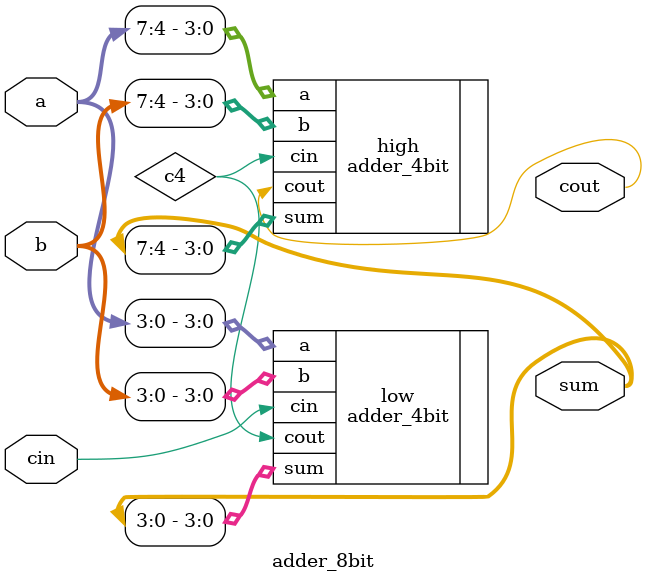
<source format=sv>
module adder_8bit (
    input  logic [7:0] a, b,
    input  logic       cin,
    output logic [7:0] sum,
    output logic       cout
);
    logic c4;

    adder_4bit low  (.a(a[3:0]), .b(b[3:0]), .cin(cin), .sum(sum[3:0]), .cout(c4));
    adder_4bit high (.a(a[7:4]), .b(b[7:4]), .cin(c4),  .sum(sum[7:4]), .cout(cout));
endmodule

</source>
